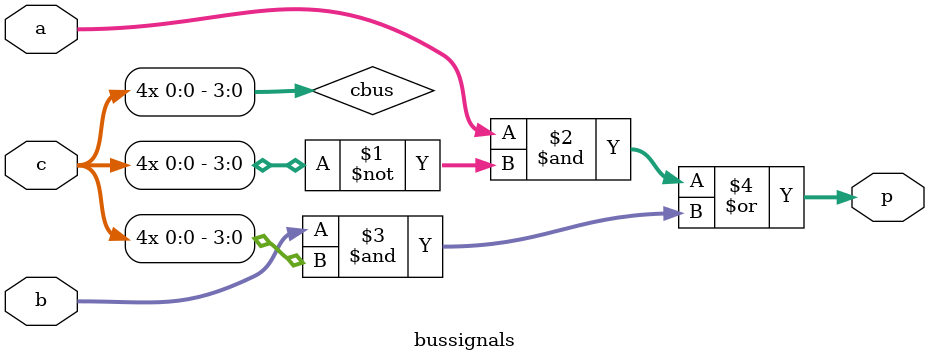
<source format=v>

module bussignals
(
  input wire [3:0]a,
  input wire [3:0]b,
  input wire c,
  output wire [3:0]p //output is also a wire 
);

wire [3:0] cbus;
assign cbus ={4{c}};

assign p =(a & (~cbus) | (b & cbus)) ;

endmodule



</source>
